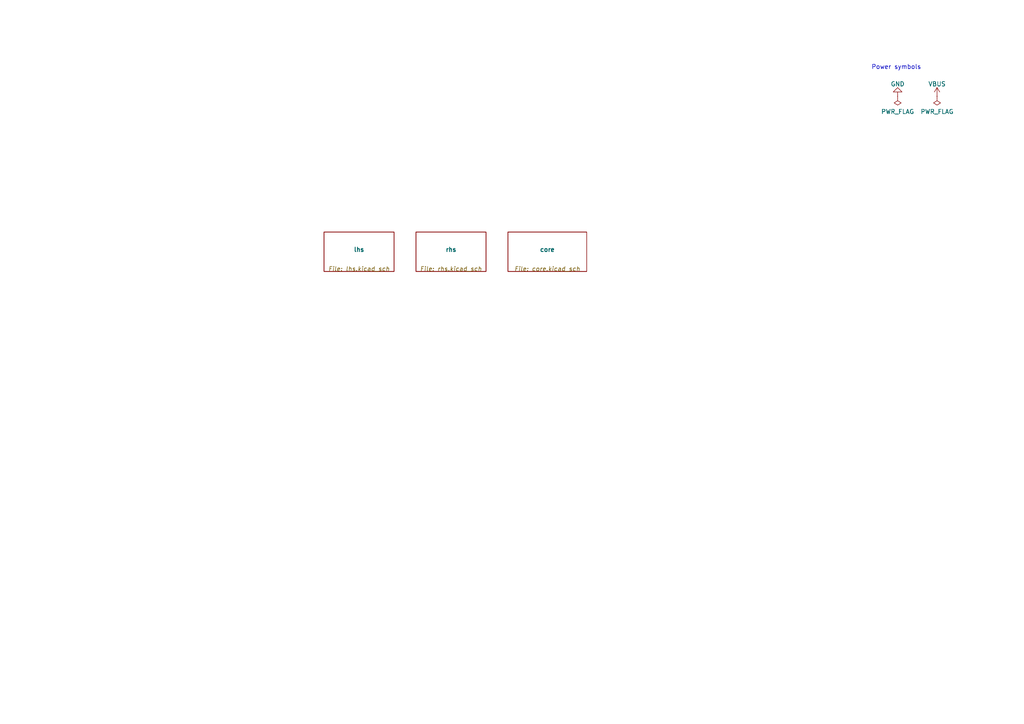
<source format=kicad_sch>
(kicad_sch (version 20211123) (generator eeschema)
  (paper "A4")
  (lib_symbols
    (symbol "power:GND" (power) (pin_names (offset 0))
      (property "Value" "GND" (at 0 -3.81 0))
      (symbol "GND_0_1"
        (polyline (pts (xy 0 0) (xy 0 -1.27) (xy 1.27 -1.27) (xy 0 -2.54) (xy -1.27 -1.27) (xy 0 -1.27)))
      )
      (symbol "GND_1_1"
        (pin power_in line (at 0 0 270) (length 0) hide (name "GND") (number "1"))
      )
    )
    (symbol "power:PWR_FLAG" (power) (pin_numbers hide) (pin_names (offset 0) hide)
      (property "Value" "PWR_FLAG" (at 0 3.81 0))
      (symbol "PWR_FLAG_0_0"
        (pin power_out line (at 0 0 90) (length 0) (name "pwr") (number "1"))
      )
      (symbol "PWR_FLAG_0_1"
        (polyline (pts (xy 0 0) (xy 0 1.27) (xy -1.016 1.905) (xy 0 2.54) (xy 1.016 1.905) (xy 0 1.27)))
      )
    )
    (symbol "power:VBUS" (power) (pin_names (offset 0))
      (property "Value" "VBUS" (at 0 3.81 0))
      (symbol "VBUS_0_1"
        (polyline (pts (xy -0.762 1.27) (xy 0 2.54)))
        (polyline (pts (xy 0 0) (xy 0 2.54)))
        (polyline (pts (xy 0 2.54) (xy 0.762 1.27)))
      )
      (symbol "VBUS_1_1"
        (pin power_in line (at 0 0 90) (length 0) hide (name "VBUS") (number "1"))
      )
    )
  )
  (text "Power symbols" (at 252.73 20.32 0) (effects (font (size 1.27 1.27)) (justify left bottom)))
  (symbol (lib_id "power:PWR_FLAG") (at 260.35 27.94 180) (unit 1)
    (property "Reference" "#FLG02" (effects hide))
    (property "Value" "PWR_FLAG" (at 260.35 32.3834 0))
  )
  (symbol (lib_id "power:GND") (at 260.35 27.94 180) (unit 1)
    (property "Reference" "#PWR02" (effects hide))
    (property "Value" "GND" (at 260.35 24.3642 0))
  )
  (symbol (lib_id "power:VBUS") (at 271.78 27.94 0) (unit 1)
    (property "Reference" "#PWR03" (effects hide))
    (property "Value" "VBUS" (at 271.78 24.3642 0))
  )
  (symbol (lib_id "power:PWR_FLAG") (at 271.78 27.94 180) (unit 1)
    (property "Reference" "#FLG03" (effects hide))
    (property "Value" "PWR_FLAG" (at 271.78 32.3834 0))
  )
  (sheet (at 93.98 67.31) (size 20.32 11.43) (stroke (width 0.1524))
    (property "Sheet name" "lhs" (at 104.14 72.39 0) (effects (font bold)))
    (property "Sheet file" "lhs.kicad_sch" (at 104.14 78.74 0) (effects (font italic) (justify bottom)))
  )
  (sheet (at 120.65 67.31) (size 20.32 11.43) (stroke (width 0.1524))
    (property "Sheet name" "rhs" (at 130.81 72.39 0) (effects (font bold)))
    (property "Sheet file" "rhs.kicad_sch" (at 130.81 78.74 0) (effects (font italic) (justify bottom)))
  )
  (sheet (at 147.32 67.31) (size 22.86 11.43) (stroke (width 0.1524))
    (property "Sheet name" "core" (at 158.75 72.39 0) (effects (font bold)))
    (property "Sheet file" "core.kicad_sch" (at 158.75 78.74 0) (effects (font italic) (justify bottom)))
  )
)
</source>
